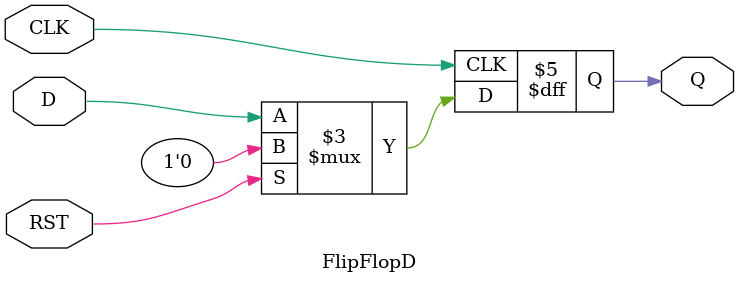
<source format=v>
`timescale 1ns / 1ps


module top_Design(input CLK, input RST, input A, input B, input Cin, output S, output Cout);
    
    wire output_FFA, output_FFB, output_FFCin, Carry_out, Sum;
    
    FlipFlopD FF_A(
    .CLK(CLK),
    .RST(RST),
    .D(A),
    .Q(output_FFA)
    );
    
    FlipFlopD FF_B(
    .CLK(CLK),
    .RST(RST),
    .D(B),
    .Q(output_FFB)
    );
    
    FlipFlopD FF_C(
    .CLK(CLK),
    .RST(RST),
    .D(Cin),
    .Q(output_FFCin)
    );
    
    assign Sum = output_FFCin ^ output_FFA ^ output_FFB;
    assign Carry_out = (output_FFA & output_FFB) | (output_FFB & output_FFCin) | ( output_FFA & output_FFCin);
    
    FlipFlopD FF_S(
    .CLK(CLK),
    .RST(RST),
    .D(Sum),
    .Q(S)
    );
    
    FlipFlopD FF_Cout(
    .CLK(CLK),
    .RST(RST),
    .D(Carry_out),
    .Q(Cout)
    );
    
endmodule


module FlipFlopD(input CLK, input RST, input D, output reg Q);
    always @(posedge CLK)
      if (RST) begin
         Q <= 1'b0;
      end else begin
         Q <= D;
      end
endmodule




</source>
